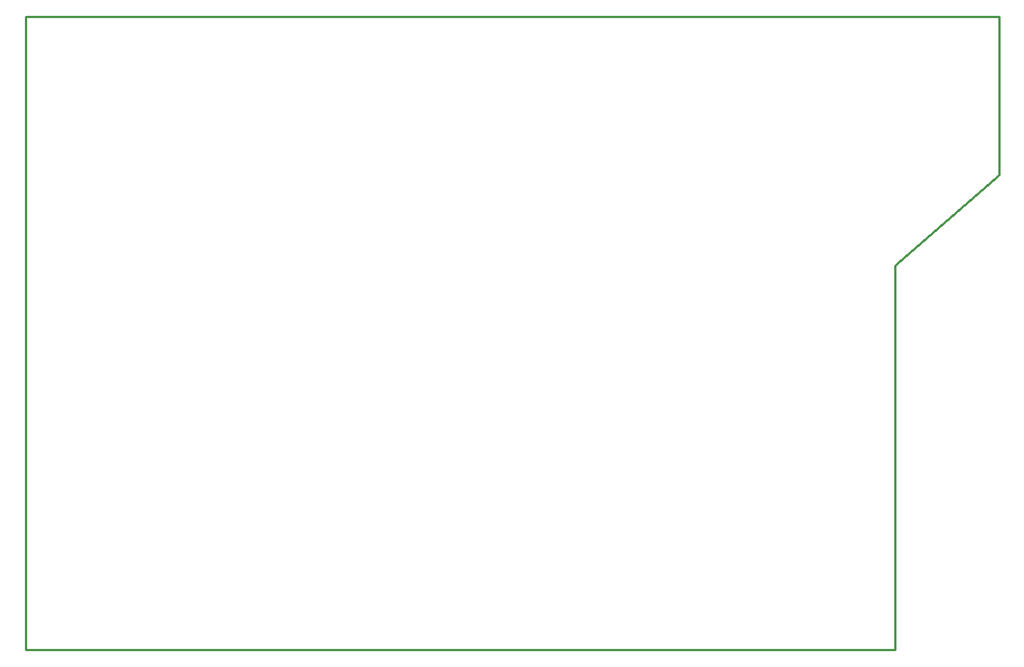
<source format=gbr>
G04 EAGLE Gerber RS-274X export*
G75*
%MOIN*%
%FSLAX24Y24*%
%LPD*%
%IN*%
%IPPOS*%
%AMOC8*
5,1,8,0,0,1.08239X$1,22.5*%
G01*
%ADD10C,0.010000*%


D10*
X0Y0D02*
X38400Y0D01*
X38400Y17000D01*
X43000Y21000D01*
X43000Y28000D01*
X0Y28000D01*
X0Y0D01*
M02*

</source>
